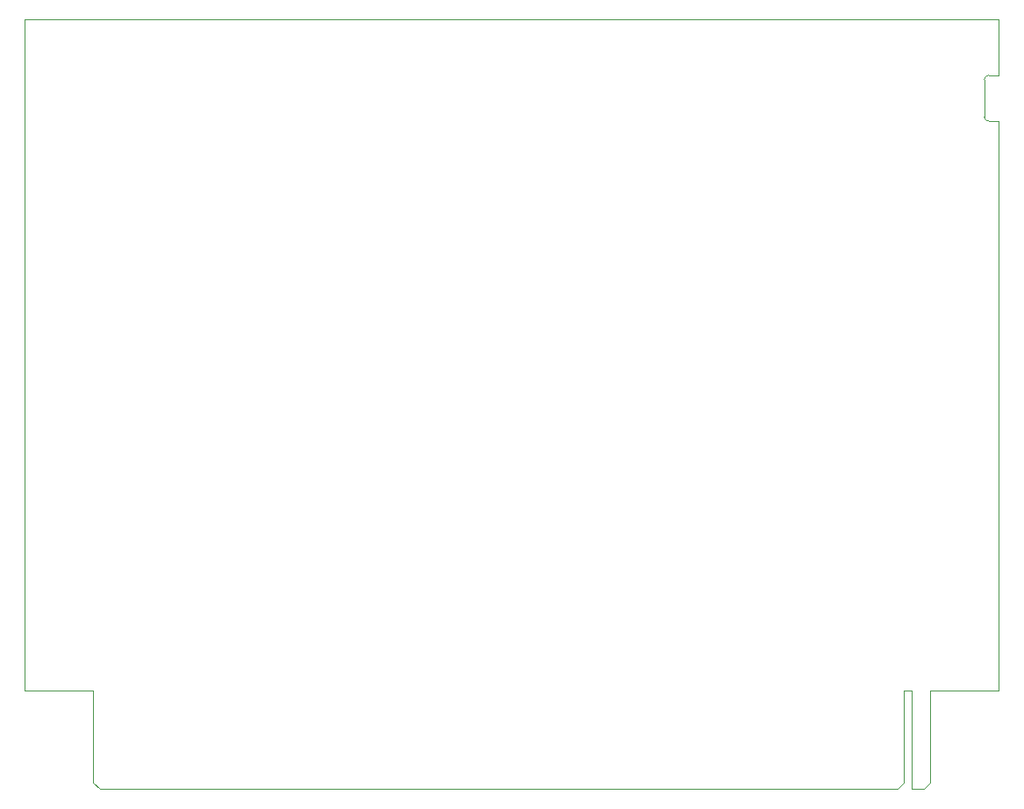
<source format=gm1>
%TF.GenerationSoftware,KiCad,Pcbnew,(6.0.8)*%
%TF.CreationDate,2022-10-26T09:36:09+07:00*%
%TF.ProjectId,TS_Ext_EPM3032,54535f45-7874-45f4-9550-4d333033322e,1.1*%
%TF.SameCoordinates,Original*%
%TF.FileFunction,Profile,NP*%
%FSLAX46Y46*%
G04 Gerber Fmt 4.6, Leading zero omitted, Abs format (unit mm)*
G04 Created by KiCad (PCBNEW (6.0.8)) date 2022-10-26 09:36:09*
%MOMM*%
%LPD*%
G01*
G04 APERTURE LIST*
%TA.AperFunction,Profile*%
%ADD10C,0.100000*%
%TD*%
%TA.AperFunction,Profile*%
%ADD11C,0.120000*%
%TD*%
G04 APERTURE END LIST*
D10*
X34544000Y-90170000D02*
X34544000Y-99060000D01*
X27940000Y-90170000D02*
X34544000Y-90170000D01*
X115316000Y-90170000D02*
X121920000Y-90170000D01*
X112776000Y-90170000D02*
X112776000Y-99060000D01*
X113538000Y-99695000D02*
X114681000Y-99695000D01*
X115316000Y-90170000D02*
X115316000Y-99060000D01*
X114681000Y-99695000D02*
X115316000Y-99060000D01*
X112141000Y-99695000D02*
X112776000Y-99060000D01*
X112776000Y-90170000D02*
X113538000Y-90170000D01*
X27940000Y-25400000D02*
X27940000Y-90170000D01*
X121920000Y-25400000D02*
X121920000Y-26520000D01*
X35179000Y-99695000D02*
X112141000Y-99695000D01*
X35179000Y-99695000D02*
X34544000Y-99060000D01*
X121920000Y-90170000D02*
X121920000Y-39520000D01*
X27940000Y-25400000D02*
X121920000Y-25400000D01*
X113538000Y-90170000D02*
X113538000Y-99695000D01*
D11*
%TO.C,J5*%
X120920000Y-30820000D02*
X121920000Y-30820000D01*
X120520000Y-31220000D02*
X120520000Y-34820000D01*
X120920000Y-35220000D02*
X121920000Y-35220000D01*
X121920000Y-30820000D02*
X121920000Y-26520000D01*
X121920000Y-35220000D02*
X121920000Y-39520000D01*
X120920000Y-30820000D02*
G75*
G03*
X120520000Y-31220000I0J-400000D01*
G01*
X120520000Y-34820000D02*
G75*
G03*
X120920000Y-35220000I400002J2D01*
G01*
%TD*%
M02*

</source>
